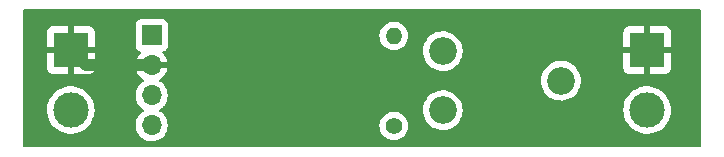
<source format=gbl>
G04 #@! TF.GenerationSoftware,KiCad,Pcbnew,(6.0.6)*
G04 #@! TF.CreationDate,2022-08-07T08:43:24+02:00*
G04 #@! TF.ProjectId,Stepdown led board,53746570-646f-4776-9e20-6c656420626f,rev?*
G04 #@! TF.SameCoordinates,Original*
G04 #@! TF.FileFunction,Copper,L2,Bot*
G04 #@! TF.FilePolarity,Positive*
%FSLAX46Y46*%
G04 Gerber Fmt 4.6, Leading zero omitted, Abs format (unit mm)*
G04 Created by KiCad (PCBNEW (6.0.6)) date 2022-08-07 08:43:24*
%MOMM*%
%LPD*%
G01*
G04 APERTURE LIST*
G04 #@! TA.AperFunction,ComponentPad*
%ADD10R,1.700000X1.700000*%
G04 #@! TD*
G04 #@! TA.AperFunction,ComponentPad*
%ADD11O,1.700000X1.700000*%
G04 #@! TD*
G04 #@! TA.AperFunction,ComponentPad*
%ADD12R,3.000000X3.000000*%
G04 #@! TD*
G04 #@! TA.AperFunction,ComponentPad*
%ADD13C,3.000000*%
G04 #@! TD*
G04 #@! TA.AperFunction,ComponentPad*
%ADD14C,2.340000*%
G04 #@! TD*
G04 #@! TA.AperFunction,ComponentPad*
%ADD15C,1.400000*%
G04 #@! TD*
G04 #@! TA.AperFunction,ComponentPad*
%ADD16O,1.400000X1.400000*%
G04 #@! TD*
G04 #@! TA.AperFunction,Conductor*
%ADD17C,1.000000*%
G04 #@! TD*
G04 APERTURE END LIST*
D10*
X31703356Y-25558197D03*
D11*
X31703356Y-28098197D03*
X31703356Y-30638197D03*
X31703356Y-33178197D03*
D12*
X73660000Y-26805658D03*
D13*
X73660000Y-31885658D03*
D14*
X56357990Y-31904773D03*
X66357990Y-29404773D03*
X56357990Y-26904773D03*
D12*
X24867173Y-26807237D03*
D13*
X24867173Y-31887237D03*
D15*
X52209295Y-33239773D03*
D16*
X52209295Y-25619773D03*
D17*
X31703356Y-28098197D02*
X26158133Y-28098197D01*
X26158133Y-28098197D02*
X24867173Y-26807237D01*
G04 #@! TA.AperFunction,Conductor*
G36*
X78173621Y-23388502D02*
G01*
X78220114Y-23442158D01*
X78231500Y-23494500D01*
X78231500Y-34925500D01*
X78211498Y-34993621D01*
X78157842Y-35040114D01*
X78105500Y-35051500D01*
X20954500Y-35051500D01*
X20886379Y-35031498D01*
X20839886Y-34977842D01*
X20828500Y-34925500D01*
X20828500Y-31866155D01*
X22854090Y-31866155D01*
X22869855Y-32139557D01*
X22870680Y-32143762D01*
X22870681Y-32143770D01*
X22901090Y-32298763D01*
X22922578Y-32408290D01*
X22923965Y-32412340D01*
X22923966Y-32412345D01*
X23009896Y-32663325D01*
X23011285Y-32667381D01*
X23040411Y-32725291D01*
X23082592Y-32809159D01*
X23134333Y-32912036D01*
X23136759Y-32915565D01*
X23136762Y-32915571D01*
X23218568Y-33034598D01*
X23289447Y-33137727D01*
X23292334Y-33140900D01*
X23292335Y-33140901D01*
X23387283Y-33245248D01*
X23473755Y-33340280D01*
X23683848Y-33515944D01*
X23687489Y-33518228D01*
X23912197Y-33659188D01*
X23912201Y-33659190D01*
X23915837Y-33661471D01*
X23980220Y-33690541D01*
X24161518Y-33772401D01*
X24161522Y-33772403D01*
X24165430Y-33774167D01*
X24225826Y-33792057D01*
X24423896Y-33850728D01*
X24423900Y-33850729D01*
X24428009Y-33851946D01*
X24432243Y-33852594D01*
X24432248Y-33852595D01*
X24694471Y-33892720D01*
X24694473Y-33892720D01*
X24698713Y-33893369D01*
X24838085Y-33895559D01*
X24968244Y-33897604D01*
X24968250Y-33897604D01*
X24972535Y-33897671D01*
X25244408Y-33864771D01*
X25509300Y-33795278D01*
X25513260Y-33793638D01*
X25513265Y-33793636D01*
X25635804Y-33742878D01*
X25762309Y-33690478D01*
X25939467Y-33586955D01*
X25995052Y-33554474D01*
X25995053Y-33554473D01*
X25998755Y-33552310D01*
X26214262Y-33383331D01*
X26224309Y-33372964D01*
X26401859Y-33189746D01*
X26404842Y-33186668D01*
X26407375Y-33183220D01*
X26407379Y-33183215D01*
X26435530Y-33144892D01*
X30340607Y-33144892D01*
X30340904Y-33150045D01*
X30340904Y-33150048D01*
X30347620Y-33266516D01*
X30353466Y-33367912D01*
X30354603Y-33372958D01*
X30354604Y-33372964D01*
X30370827Y-33444948D01*
X30402578Y-33585836D01*
X30445094Y-33690541D01*
X30478410Y-33772588D01*
X30486622Y-33792813D01*
X30603343Y-33983285D01*
X30749606Y-34152135D01*
X30921482Y-34294829D01*
X31114356Y-34407535D01*
X31323048Y-34487227D01*
X31328116Y-34488258D01*
X31328119Y-34488259D01*
X31435373Y-34510080D01*
X31541953Y-34531764D01*
X31547128Y-34531954D01*
X31547130Y-34531954D01*
X31760029Y-34539761D01*
X31760033Y-34539761D01*
X31765193Y-34539950D01*
X31770313Y-34539294D01*
X31770315Y-34539294D01*
X31981644Y-34512222D01*
X31981645Y-34512222D01*
X31986772Y-34511565D01*
X31991722Y-34510080D01*
X32195785Y-34448858D01*
X32195790Y-34448856D01*
X32200740Y-34447371D01*
X32401350Y-34349093D01*
X32583216Y-34219370D01*
X32741452Y-34061686D01*
X32800950Y-33978886D01*
X32868791Y-33884474D01*
X32871809Y-33880274D01*
X32879997Y-33863708D01*
X32968492Y-33684650D01*
X32968493Y-33684648D01*
X32970786Y-33680008D01*
X33009584Y-33552310D01*
X33034221Y-33471220D01*
X33034221Y-33471218D01*
X33035726Y-33466266D01*
X33064885Y-33244787D01*
X33065008Y-33239773D01*
X50996179Y-33239773D01*
X51014609Y-33450428D01*
X51016033Y-33455741D01*
X51016033Y-33455743D01*
X51036332Y-33531498D01*
X51069339Y-33654683D01*
X51071661Y-33659664D01*
X51071662Y-33659665D01*
X51135804Y-33797217D01*
X51158706Y-33846331D01*
X51279994Y-34019549D01*
X51429519Y-34169074D01*
X51602737Y-34290362D01*
X51607715Y-34292683D01*
X51607718Y-34292685D01*
X51733569Y-34351370D01*
X51794385Y-34379729D01*
X51799693Y-34381151D01*
X51799695Y-34381152D01*
X51993325Y-34433035D01*
X51993327Y-34433035D01*
X51998640Y-34434459D01*
X52209295Y-34452889D01*
X52419950Y-34434459D01*
X52425263Y-34433035D01*
X52425265Y-34433035D01*
X52618895Y-34381152D01*
X52618897Y-34381151D01*
X52624205Y-34379729D01*
X52685021Y-34351370D01*
X52810872Y-34292685D01*
X52810875Y-34292683D01*
X52815853Y-34290362D01*
X52989071Y-34169074D01*
X53138596Y-34019549D01*
X53259884Y-33846331D01*
X53282787Y-33797217D01*
X53346928Y-33659665D01*
X53346929Y-33659664D01*
X53349251Y-33654683D01*
X53382259Y-33531498D01*
X53402557Y-33455743D01*
X53402557Y-33455741D01*
X53403981Y-33450428D01*
X53422411Y-33239773D01*
X53403981Y-33029118D01*
X53399486Y-33012342D01*
X53350674Y-32830173D01*
X53350673Y-32830171D01*
X53349251Y-32824863D01*
X53341928Y-32809159D01*
X53262207Y-32638196D01*
X53262205Y-32638193D01*
X53259884Y-32633215D01*
X53138596Y-32459997D01*
X52989071Y-32310472D01*
X52815853Y-32189184D01*
X52810875Y-32186863D01*
X52810872Y-32186861D01*
X52629187Y-32102140D01*
X52629186Y-32102139D01*
X52624205Y-32099817D01*
X52618897Y-32098395D01*
X52618895Y-32098394D01*
X52425265Y-32046511D01*
X52425263Y-32046511D01*
X52419950Y-32045087D01*
X52209295Y-32026657D01*
X51998640Y-32045087D01*
X51993327Y-32046511D01*
X51993325Y-32046511D01*
X51799695Y-32098394D01*
X51799693Y-32098395D01*
X51794385Y-32099817D01*
X51789404Y-32102139D01*
X51789403Y-32102140D01*
X51607718Y-32186861D01*
X51607715Y-32186863D01*
X51602737Y-32189184D01*
X51429519Y-32310472D01*
X51279994Y-32459997D01*
X51158706Y-32633215D01*
X51156385Y-32638193D01*
X51156383Y-32638196D01*
X51076662Y-32809159D01*
X51069339Y-32824863D01*
X51067917Y-32830171D01*
X51067916Y-32830173D01*
X51019104Y-33012342D01*
X51014609Y-33029118D01*
X50996179Y-33239773D01*
X33065008Y-33239773D01*
X33066230Y-33189746D01*
X33066430Y-33181562D01*
X33066430Y-33181558D01*
X33066512Y-33178197D01*
X33048208Y-32955558D01*
X32993787Y-32738899D01*
X32904710Y-32534037D01*
X32825984Y-32412345D01*
X32786178Y-32350814D01*
X32786176Y-32350811D01*
X32783370Y-32346474D01*
X32633026Y-32181248D01*
X32628975Y-32178049D01*
X32628971Y-32178045D01*
X32461770Y-32045997D01*
X32461766Y-32045995D01*
X32457715Y-32042795D01*
X32416409Y-32019993D01*
X32366440Y-31969561D01*
X32351668Y-31900118D01*
X32366572Y-31860712D01*
X54675360Y-31860712D01*
X54675584Y-31865379D01*
X54675584Y-31865384D01*
X54678920Y-31934835D01*
X54687329Y-32109904D01*
X54736000Y-32354591D01*
X54820304Y-32589395D01*
X54938388Y-32809159D01*
X54941183Y-32812903D01*
X54941185Y-32812905D01*
X54954080Y-32830173D01*
X55087658Y-33009056D01*
X55264834Y-33184694D01*
X55268596Y-33187452D01*
X55268599Y-33187455D01*
X55458255Y-33326515D01*
X55466026Y-33332213D01*
X55470161Y-33334389D01*
X55470165Y-33334391D01*
X55568224Y-33385982D01*
X55686813Y-33448375D01*
X55692692Y-33450428D01*
X55886842Y-33518228D01*
X55922344Y-33530626D01*
X55926937Y-33531498D01*
X56162857Y-33576289D01*
X56162860Y-33576289D01*
X56167446Y-33577160D01*
X56292090Y-33582058D01*
X56412065Y-33586772D01*
X56412071Y-33586772D01*
X56416733Y-33586955D01*
X56514124Y-33576289D01*
X56660077Y-33560305D01*
X56660082Y-33560304D01*
X56664730Y-33559795D01*
X56669254Y-33558604D01*
X56901466Y-33497467D01*
X56901468Y-33497466D01*
X56905989Y-33496276D01*
X56964309Y-33471220D01*
X57130914Y-33399641D01*
X57130916Y-33399640D01*
X57135208Y-33397796D01*
X57245657Y-33329448D01*
X57343381Y-33268975D01*
X57343385Y-33268972D01*
X57347354Y-33266516D01*
X57373021Y-33244787D01*
X57534199Y-33108340D01*
X57534200Y-33108339D01*
X57537765Y-33105321D01*
X57599788Y-33034598D01*
X57699177Y-32921267D01*
X57699181Y-32921262D01*
X57702259Y-32917752D01*
X57706952Y-32910457D01*
X57834693Y-32711860D01*
X57837221Y-32707930D01*
X57939687Y-32480464D01*
X57961674Y-32402504D01*
X58006136Y-32244855D01*
X58006137Y-32244852D01*
X58007406Y-32240351D01*
X58017301Y-32162570D01*
X58038492Y-31995995D01*
X58038492Y-31995991D01*
X58038890Y-31992865D01*
X58039100Y-31984866D01*
X58040410Y-31934835D01*
X58041197Y-31904773D01*
X58039894Y-31887237D01*
X58038210Y-31864576D01*
X71646917Y-31864576D01*
X71662682Y-32137978D01*
X71663507Y-32142183D01*
X71663508Y-32142191D01*
X71683650Y-32244855D01*
X71715405Y-32406711D01*
X71716792Y-32410761D01*
X71716793Y-32410766D01*
X71792955Y-32633215D01*
X71804112Y-32665802D01*
X71823157Y-32703669D01*
X71886782Y-32830173D01*
X71927160Y-32910457D01*
X71929586Y-32913986D01*
X71929589Y-32913992D01*
X71997184Y-33012342D01*
X72082274Y-33136148D01*
X72085161Y-33139321D01*
X72085162Y-33139322D01*
X72258162Y-33329448D01*
X72266582Y-33338701D01*
X72269877Y-33341456D01*
X72269878Y-33341457D01*
X72295337Y-33362744D01*
X72476675Y-33514365D01*
X72480316Y-33516649D01*
X72705024Y-33657609D01*
X72705028Y-33657611D01*
X72708664Y-33659892D01*
X72776544Y-33690541D01*
X72954345Y-33770822D01*
X72954349Y-33770824D01*
X72958257Y-33772588D01*
X73010375Y-33788026D01*
X73216723Y-33849149D01*
X73216727Y-33849150D01*
X73220836Y-33850367D01*
X73225070Y-33851015D01*
X73225075Y-33851016D01*
X73487298Y-33891141D01*
X73487300Y-33891141D01*
X73491540Y-33891790D01*
X73630912Y-33893980D01*
X73761071Y-33896025D01*
X73761077Y-33896025D01*
X73765362Y-33896092D01*
X74037235Y-33863192D01*
X74302127Y-33793699D01*
X74306087Y-33792059D01*
X74306092Y-33792057D01*
X74428631Y-33741299D01*
X74555136Y-33688899D01*
X74791582Y-33550731D01*
X75007089Y-33381752D01*
X75015606Y-33372964D01*
X75139371Y-33245248D01*
X75197669Y-33185089D01*
X75200202Y-33181641D01*
X75200206Y-33181636D01*
X75357257Y-32967836D01*
X75359795Y-32964381D01*
X75367311Y-32950539D01*
X75488418Y-32727488D01*
X75488419Y-32727486D01*
X75490468Y-32723712D01*
X75574776Y-32500598D01*
X75585751Y-32471553D01*
X75585752Y-32471549D01*
X75587269Y-32467535D01*
X75615870Y-32342654D01*
X75647449Y-32204775D01*
X75647450Y-32204771D01*
X75648407Y-32200591D01*
X75649144Y-32192339D01*
X75672531Y-31930285D01*
X75672531Y-31930283D01*
X75672751Y-31927819D01*
X75672843Y-31919094D01*
X75673167Y-31888142D01*
X75673167Y-31888141D01*
X75673193Y-31885658D01*
X75671958Y-31867535D01*
X75654859Y-31616713D01*
X75654858Y-31616707D01*
X75654567Y-31612436D01*
X75599032Y-31344270D01*
X75507617Y-31086123D01*
X75382013Y-30842770D01*
X75375122Y-30832964D01*
X75227008Y-30622220D01*
X75224545Y-30618715D01*
X75071922Y-30454473D01*
X75041046Y-30421246D01*
X75041043Y-30421243D01*
X75038125Y-30418103D01*
X75034810Y-30415389D01*
X75034806Y-30415386D01*
X74899987Y-30305038D01*
X74826205Y-30244648D01*
X74592704Y-30101559D01*
X74588768Y-30099831D01*
X74345873Y-29993207D01*
X74345869Y-29993206D01*
X74341945Y-29991483D01*
X74078566Y-29916458D01*
X74074324Y-29915854D01*
X74074318Y-29915853D01*
X73818537Y-29879450D01*
X73807443Y-29877871D01*
X73663589Y-29877118D01*
X73537877Y-29876460D01*
X73537871Y-29876460D01*
X73533591Y-29876438D01*
X73529347Y-29876997D01*
X73529343Y-29876997D01*
X73410302Y-29892669D01*
X73262078Y-29912183D01*
X73257938Y-29913316D01*
X73257936Y-29913316D01*
X73240679Y-29918037D01*
X72997928Y-29984446D01*
X72993980Y-29986130D01*
X72749982Y-30090204D01*
X72749978Y-30090206D01*
X72746030Y-30091890D01*
X72627536Y-30162807D01*
X72514725Y-30230322D01*
X72514721Y-30230325D01*
X72511043Y-30232526D01*
X72297318Y-30403752D01*
X72200935Y-30505318D01*
X72116771Y-30594009D01*
X72108808Y-30602400D01*
X71949002Y-30824794D01*
X71820857Y-31066819D01*
X71819385Y-31070842D01*
X71819383Y-31070846D01*
X71728214Y-31319975D01*
X71726743Y-31323995D01*
X71668404Y-31591565D01*
X71663693Y-31651425D01*
X71652183Y-31797673D01*
X71646917Y-31864576D01*
X58038210Y-31864576D01*
X58023054Y-31660631D01*
X58023053Y-31660627D01*
X58022708Y-31655979D01*
X57967649Y-31412651D01*
X57965956Y-31408297D01*
X57878921Y-31184487D01*
X57878920Y-31184485D01*
X57877228Y-31180134D01*
X57753432Y-30963536D01*
X57598980Y-30767615D01*
X57417266Y-30596675D01*
X57285575Y-30505318D01*
X57216120Y-30457135D01*
X57216115Y-30457132D01*
X57212282Y-30454473D01*
X57208100Y-30452410D01*
X57208092Y-30452406D01*
X56992718Y-30346196D01*
X56992715Y-30346195D01*
X56988530Y-30344131D01*
X56750927Y-30268073D01*
X56746320Y-30267323D01*
X56746317Y-30267322D01*
X56528822Y-30231901D01*
X56504691Y-30227971D01*
X56383743Y-30226388D01*
X56259910Y-30224767D01*
X56259907Y-30224767D01*
X56255233Y-30224706D01*
X56008032Y-30258348D01*
X56003546Y-30259656D01*
X56003544Y-30259656D01*
X55974667Y-30268073D01*
X55768518Y-30328160D01*
X55541955Y-30432607D01*
X55538046Y-30435170D01*
X55337232Y-30566829D01*
X55337227Y-30566833D01*
X55333319Y-30569395D01*
X55147192Y-30735519D01*
X54987665Y-30927330D01*
X54858242Y-31140613D01*
X54856433Y-31144927D01*
X54856432Y-31144929D01*
X54772756Y-31344474D01*
X54761765Y-31370684D01*
X54760614Y-31375216D01*
X54760613Y-31375219D01*
X54751107Y-31412651D01*
X54700355Y-31612487D01*
X54675360Y-31860712D01*
X32366572Y-31860712D01*
X32376784Y-31833713D01*
X32404136Y-31807106D01*
X32447959Y-31775847D01*
X32583216Y-31679370D01*
X32653012Y-31609818D01*
X32671328Y-31591565D01*
X32741452Y-31521686D01*
X32800950Y-31438886D01*
X32868791Y-31344474D01*
X32871809Y-31340274D01*
X32881842Y-31319975D01*
X32968492Y-31144650D01*
X32968493Y-31144648D01*
X32970786Y-31140008D01*
X33023170Y-30967594D01*
X33034221Y-30931220D01*
X33034221Y-30931218D01*
X33035726Y-30926266D01*
X33064885Y-30704787D01*
X33064967Y-30701437D01*
X33066430Y-30641562D01*
X33066430Y-30641558D01*
X33066512Y-30638197D01*
X33048208Y-30415558D01*
X32993787Y-30198899D01*
X32904710Y-29994037D01*
X32854522Y-29916458D01*
X32786178Y-29810814D01*
X32786176Y-29810811D01*
X32783370Y-29806474D01*
X32633026Y-29641248D01*
X32628975Y-29638049D01*
X32628971Y-29638045D01*
X32461770Y-29505997D01*
X32461766Y-29505995D01*
X32457715Y-29502795D01*
X32415925Y-29479726D01*
X32365954Y-29429294D01*
X32351365Y-29360712D01*
X64675360Y-29360712D01*
X64675584Y-29365379D01*
X64675584Y-29365384D01*
X64676361Y-29381554D01*
X64687329Y-29609904D01*
X64736000Y-29854591D01*
X64820304Y-30089395D01*
X64938388Y-30309159D01*
X64941183Y-30312903D01*
X64941185Y-30312905D01*
X64954041Y-30330121D01*
X65087658Y-30509056D01*
X65264834Y-30684694D01*
X65268596Y-30687452D01*
X65268599Y-30687455D01*
X65382927Y-30771283D01*
X65466026Y-30832213D01*
X65470161Y-30834389D01*
X65470165Y-30834391D01*
X65585999Y-30895334D01*
X65686813Y-30948375D01*
X65922344Y-31030626D01*
X65926937Y-31031498D01*
X66162857Y-31076289D01*
X66162860Y-31076289D01*
X66167446Y-31077160D01*
X66292090Y-31082058D01*
X66412065Y-31086772D01*
X66412071Y-31086772D01*
X66416733Y-31086955D01*
X66514124Y-31076289D01*
X66660077Y-31060305D01*
X66660082Y-31060304D01*
X66664730Y-31059795D01*
X66699571Y-31050622D01*
X66901466Y-30997467D01*
X66901468Y-30997466D01*
X66905989Y-30996276D01*
X66910286Y-30994430D01*
X67130914Y-30899641D01*
X67130916Y-30899640D01*
X67135208Y-30897796D01*
X67339651Y-30771283D01*
X67343381Y-30768975D01*
X67343385Y-30768972D01*
X67347354Y-30766516D01*
X67447890Y-30681406D01*
X67534199Y-30608340D01*
X67534200Y-30608339D01*
X67537765Y-30605321D01*
X67619306Y-30512342D01*
X67699177Y-30421267D01*
X67699181Y-30421262D01*
X67702259Y-30417752D01*
X67710249Y-30405331D01*
X67805196Y-30257718D01*
X67837221Y-30207930D01*
X67939687Y-29980464D01*
X67968182Y-29879428D01*
X68006136Y-29744855D01*
X68006137Y-29744852D01*
X68007406Y-29740351D01*
X68024595Y-29605232D01*
X68038492Y-29495995D01*
X68038492Y-29495991D01*
X68038890Y-29492865D01*
X68039023Y-29487809D01*
X68041114Y-29407933D01*
X68041197Y-29404773D01*
X68040458Y-29394835D01*
X68023054Y-29160631D01*
X68023053Y-29160627D01*
X68022708Y-29155979D01*
X67967649Y-28912651D01*
X67962179Y-28898585D01*
X67878921Y-28684487D01*
X67878920Y-28684485D01*
X67877228Y-28680134D01*
X67866511Y-28661382D01*
X67808740Y-28560305D01*
X67753432Y-28463536D01*
X67664185Y-28350327D01*
X71652001Y-28350327D01*
X71652371Y-28357148D01*
X71657895Y-28408010D01*
X71661521Y-28423262D01*
X71706676Y-28543712D01*
X71715214Y-28559307D01*
X71791715Y-28661382D01*
X71804276Y-28673943D01*
X71906351Y-28750444D01*
X71921946Y-28758982D01*
X72042394Y-28804136D01*
X72057649Y-28807763D01*
X72108514Y-28813289D01*
X72115328Y-28813658D01*
X73387885Y-28813658D01*
X73403124Y-28809183D01*
X73404329Y-28807793D01*
X73406000Y-28800110D01*
X73406000Y-28795542D01*
X73914000Y-28795542D01*
X73918475Y-28810781D01*
X73919865Y-28811986D01*
X73927548Y-28813657D01*
X75204669Y-28813657D01*
X75211490Y-28813287D01*
X75262352Y-28807763D01*
X75277604Y-28804137D01*
X75398054Y-28758982D01*
X75413649Y-28750444D01*
X75515724Y-28673943D01*
X75528285Y-28661382D01*
X75604786Y-28559307D01*
X75613324Y-28543712D01*
X75658478Y-28423264D01*
X75662105Y-28408009D01*
X75667631Y-28357144D01*
X75668000Y-28350330D01*
X75668000Y-27077773D01*
X75663525Y-27062534D01*
X75662135Y-27061329D01*
X75654452Y-27059658D01*
X73932115Y-27059658D01*
X73916876Y-27064133D01*
X73915671Y-27065523D01*
X73914000Y-27073206D01*
X73914000Y-28795542D01*
X73406000Y-28795542D01*
X73406000Y-27077773D01*
X73401525Y-27062534D01*
X73400135Y-27061329D01*
X73392452Y-27059658D01*
X71670116Y-27059658D01*
X71654877Y-27064133D01*
X71653672Y-27065523D01*
X71652001Y-27073206D01*
X71652001Y-28350327D01*
X67664185Y-28350327D01*
X67598980Y-28267615D01*
X67417266Y-28096675D01*
X67285575Y-28005318D01*
X67216120Y-27957135D01*
X67216115Y-27957132D01*
X67212282Y-27954473D01*
X67208100Y-27952410D01*
X67208092Y-27952406D01*
X66992718Y-27846196D01*
X66992715Y-27846195D01*
X66988530Y-27844131D01*
X66750927Y-27768073D01*
X66746320Y-27767323D01*
X66746317Y-27767322D01*
X66509302Y-27728722D01*
X66509303Y-27728722D01*
X66504691Y-27727971D01*
X66383743Y-27726388D01*
X66259910Y-27724767D01*
X66259907Y-27724767D01*
X66255233Y-27724706D01*
X66008032Y-27758348D01*
X66003546Y-27759656D01*
X66003544Y-27759656D01*
X65974667Y-27768073D01*
X65768518Y-27828160D01*
X65541955Y-27932607D01*
X65538046Y-27935170D01*
X65337232Y-28066829D01*
X65337227Y-28066833D01*
X65333319Y-28069395D01*
X65147192Y-28235519D01*
X64987665Y-28427330D01*
X64858242Y-28640613D01*
X64856433Y-28644927D01*
X64856432Y-28644929D01*
X64785171Y-28814868D01*
X64761765Y-28870684D01*
X64760614Y-28875216D01*
X64760613Y-28875219D01*
X64751107Y-28912651D01*
X64700355Y-29112487D01*
X64675360Y-29360712D01*
X32351365Y-29360712D01*
X32351182Y-29359851D01*
X32376298Y-29293445D01*
X32403650Y-29266838D01*
X32578684Y-29141989D01*
X32586556Y-29135336D01*
X32737408Y-28985009D01*
X32744086Y-28977162D01*
X32868359Y-28804217D01*
X32873669Y-28795380D01*
X32968026Y-28604464D01*
X32971825Y-28594869D01*
X33033733Y-28391107D01*
X33035911Y-28381034D01*
X33037342Y-28370159D01*
X33035131Y-28355975D01*
X33021973Y-28352197D01*
X30386581Y-28352197D01*
X30373050Y-28356170D01*
X30371613Y-28366163D01*
X30401921Y-28500643D01*
X30405001Y-28510472D01*
X30485126Y-28707800D01*
X30489769Y-28716991D01*
X30601050Y-28898585D01*
X30607133Y-28906896D01*
X30746569Y-29067864D01*
X30753936Y-29075080D01*
X30917790Y-29211113D01*
X30926237Y-29217028D01*
X30995325Y-29257400D01*
X31044049Y-29309039D01*
X31057120Y-29378822D01*
X31030389Y-29444593D01*
X30989940Y-29477949D01*
X30976963Y-29484704D01*
X30972830Y-29487807D01*
X30972827Y-29487809D01*
X30810212Y-29609904D01*
X30798321Y-29618832D01*
X30794749Y-29622570D01*
X30677891Y-29744855D01*
X30643985Y-29780335D01*
X30518099Y-29964877D01*
X30504216Y-29994786D01*
X30454654Y-30101559D01*
X30424044Y-30167502D01*
X30364345Y-30382767D01*
X30340607Y-30604892D01*
X30340904Y-30610045D01*
X30340904Y-30610048D01*
X30346367Y-30704787D01*
X30353466Y-30827912D01*
X30354603Y-30832958D01*
X30354604Y-30832964D01*
X30356380Y-30840844D01*
X30402578Y-31045836D01*
X30486622Y-31252813D01*
X30489321Y-31257217D01*
X30584571Y-31412651D01*
X30603343Y-31443285D01*
X30749606Y-31612135D01*
X30921482Y-31754829D01*
X30991951Y-31796008D01*
X30994801Y-31797673D01*
X31043525Y-31849311D01*
X31056596Y-31919094D01*
X31029865Y-31984866D01*
X30989411Y-32018224D01*
X30976963Y-32024704D01*
X30972830Y-32027807D01*
X30972827Y-32027809D01*
X30802456Y-32155727D01*
X30798321Y-32158832D01*
X30643985Y-32320335D01*
X30518099Y-32504877D01*
X30424044Y-32707502D01*
X30364345Y-32922767D01*
X30340607Y-33144892D01*
X26435530Y-33144892D01*
X26564430Y-32969415D01*
X26566968Y-32965960D01*
X26590420Y-32922767D01*
X26695591Y-32729067D01*
X26695592Y-32729065D01*
X26697641Y-32725291D01*
X26779154Y-32509572D01*
X26792924Y-32473132D01*
X26792925Y-32473128D01*
X26794442Y-32469114D01*
X26845804Y-32244855D01*
X26854622Y-32206354D01*
X26854623Y-32206350D01*
X26855580Y-32202170D01*
X26856458Y-32192339D01*
X26879704Y-31931864D01*
X26879704Y-31931862D01*
X26879924Y-31929398D01*
X26880366Y-31887237D01*
X26878530Y-31860306D01*
X26862032Y-31618292D01*
X26862031Y-31618286D01*
X26861740Y-31614015D01*
X26806205Y-31345849D01*
X26714790Y-31087702D01*
X26589186Y-30844349D01*
X26582188Y-30834391D01*
X26434181Y-30623799D01*
X26431718Y-30620294D01*
X26324876Y-30505318D01*
X26248219Y-30422825D01*
X26248216Y-30422822D01*
X26245298Y-30419682D01*
X26241983Y-30416968D01*
X26241979Y-30416965D01*
X26105231Y-30305038D01*
X26033378Y-30246227D01*
X25799877Y-30103138D01*
X25795941Y-30101410D01*
X25553046Y-29994786D01*
X25553042Y-29994785D01*
X25549118Y-29993062D01*
X25285739Y-29918037D01*
X25281497Y-29917433D01*
X25281491Y-29917432D01*
X25081007Y-29888899D01*
X25014616Y-29879450D01*
X24870762Y-29878697D01*
X24745050Y-29878039D01*
X24745044Y-29878039D01*
X24740764Y-29878017D01*
X24736520Y-29878576D01*
X24736516Y-29878576D01*
X24617475Y-29894248D01*
X24469251Y-29913762D01*
X24465111Y-29914895D01*
X24465109Y-29914895D01*
X24392181Y-29934846D01*
X24205101Y-29986025D01*
X24201153Y-29987709D01*
X23957155Y-30091783D01*
X23957151Y-30091785D01*
X23953203Y-30093469D01*
X23933298Y-30105382D01*
X23721898Y-30231901D01*
X23721894Y-30231904D01*
X23718216Y-30234105D01*
X23504491Y-30405331D01*
X23457857Y-30454473D01*
X23319872Y-30599879D01*
X23315981Y-30603979D01*
X23156175Y-30826373D01*
X23028030Y-31068398D01*
X23026558Y-31072421D01*
X23026556Y-31072425D01*
X23019487Y-31091743D01*
X22933916Y-31325574D01*
X22875577Y-31593144D01*
X22854090Y-31866155D01*
X20828500Y-31866155D01*
X20828500Y-28351906D01*
X22859174Y-28351906D01*
X22859544Y-28358727D01*
X22865068Y-28409589D01*
X22868694Y-28424841D01*
X22913849Y-28545291D01*
X22922387Y-28560886D01*
X22998888Y-28662961D01*
X23011449Y-28675522D01*
X23113524Y-28752023D01*
X23129119Y-28760561D01*
X23249567Y-28805715D01*
X23264822Y-28809342D01*
X23315687Y-28814868D01*
X23322501Y-28815237D01*
X24595058Y-28815237D01*
X24610297Y-28810762D01*
X24611502Y-28809372D01*
X24613173Y-28801689D01*
X24613173Y-28797121D01*
X25121173Y-28797121D01*
X25125648Y-28812360D01*
X25127038Y-28813565D01*
X25134721Y-28815236D01*
X26411842Y-28815236D01*
X26418663Y-28814866D01*
X26469525Y-28809342D01*
X26484777Y-28805716D01*
X26605227Y-28760561D01*
X26620822Y-28752023D01*
X26722897Y-28675522D01*
X26735458Y-28662961D01*
X26811959Y-28560886D01*
X26820497Y-28545291D01*
X26865651Y-28424843D01*
X26869278Y-28409588D01*
X26874804Y-28358723D01*
X26875173Y-28351909D01*
X26875173Y-27079352D01*
X26870698Y-27064113D01*
X26869308Y-27062908D01*
X26861625Y-27061237D01*
X25139288Y-27061237D01*
X25124049Y-27065712D01*
X25122844Y-27067102D01*
X25121173Y-27074785D01*
X25121173Y-28797121D01*
X24613173Y-28797121D01*
X24613173Y-27079352D01*
X24608698Y-27064113D01*
X24607308Y-27062908D01*
X24599625Y-27061237D01*
X22877289Y-27061237D01*
X22862050Y-27065712D01*
X22860845Y-27067102D01*
X22859174Y-27074785D01*
X22859174Y-28351906D01*
X20828500Y-28351906D01*
X20828500Y-26535122D01*
X22859173Y-26535122D01*
X22863648Y-26550361D01*
X22865038Y-26551566D01*
X22872721Y-26553237D01*
X24595058Y-26553237D01*
X24610297Y-26548762D01*
X24611502Y-26547372D01*
X24613173Y-26539689D01*
X24613173Y-26535122D01*
X25121173Y-26535122D01*
X25125648Y-26550361D01*
X25127038Y-26551566D01*
X25134721Y-26553237D01*
X26857057Y-26553237D01*
X26872296Y-26548762D01*
X26873501Y-26547372D01*
X26875172Y-26539689D01*
X26875172Y-26456331D01*
X30344856Y-26456331D01*
X30351611Y-26518513D01*
X30402741Y-26654902D01*
X30490095Y-26771458D01*
X30606651Y-26858812D01*
X30615060Y-26861964D01*
X30615061Y-26861965D01*
X30724316Y-26902923D01*
X30781081Y-26945564D01*
X30805781Y-27012126D01*
X30790574Y-27081475D01*
X30771181Y-27107956D01*
X30647946Y-27236914D01*
X30641460Y-27244924D01*
X30521454Y-27420846D01*
X30516356Y-27429820D01*
X30426694Y-27622980D01*
X30423131Y-27632667D01*
X30367745Y-27832380D01*
X30369268Y-27840804D01*
X30381648Y-27844197D01*
X33021700Y-27844197D01*
X33035231Y-27840224D01*
X33036536Y-27831144D01*
X32994570Y-27664072D01*
X32991250Y-27654321D01*
X32906328Y-27459011D01*
X32901461Y-27449936D01*
X32785782Y-27271123D01*
X32779492Y-27262954D01*
X32635649Y-27104874D01*
X32604597Y-27041028D01*
X32612991Y-26970530D01*
X32658168Y-26915761D01*
X32684612Y-26902092D01*
X32791653Y-26861964D01*
X32794993Y-26860712D01*
X54675360Y-26860712D01*
X54675584Y-26865379D01*
X54675584Y-26865384D01*
X54680635Y-26970530D01*
X54687329Y-27109904D01*
X54736000Y-27354591D01*
X54820304Y-27589395D01*
X54938388Y-27809159D01*
X54941183Y-27812903D01*
X54941185Y-27812905D01*
X54954041Y-27830121D01*
X55087658Y-28009056D01*
X55264834Y-28184694D01*
X55268596Y-28187452D01*
X55268599Y-28187455D01*
X55382927Y-28271283D01*
X55466026Y-28332213D01*
X55470161Y-28334389D01*
X55470165Y-28334391D01*
X55530554Y-28366163D01*
X55686813Y-28448375D01*
X55922344Y-28530626D01*
X55926937Y-28531498D01*
X56162857Y-28576289D01*
X56162860Y-28576289D01*
X56167446Y-28577160D01*
X56292090Y-28582058D01*
X56412065Y-28586772D01*
X56412071Y-28586772D01*
X56416733Y-28586955D01*
X56514124Y-28576289D01*
X56660077Y-28560305D01*
X56660082Y-28560304D01*
X56664730Y-28559795D01*
X56669254Y-28558604D01*
X56901466Y-28497467D01*
X56901468Y-28497466D01*
X56905989Y-28496276D01*
X56910286Y-28494430D01*
X57130914Y-28399641D01*
X57130916Y-28399640D01*
X57135208Y-28397796D01*
X57339651Y-28271283D01*
X57343381Y-28268975D01*
X57343385Y-28268972D01*
X57347354Y-28266516D01*
X57537765Y-28105321D01*
X57619306Y-28012342D01*
X57699177Y-27921267D01*
X57699181Y-27921262D01*
X57702259Y-27917752D01*
X57759887Y-27828160D01*
X57834693Y-27711860D01*
X57837221Y-27707930D01*
X57939687Y-27480464D01*
X57956501Y-27420846D01*
X58006136Y-27244855D01*
X58006137Y-27244852D01*
X58007406Y-27240351D01*
X58024641Y-27104874D01*
X58038492Y-26995995D01*
X58038492Y-26995991D01*
X58038890Y-26992865D01*
X58041197Y-26904773D01*
X58030418Y-26759729D01*
X58023054Y-26660631D01*
X58023053Y-26660627D01*
X58022708Y-26655979D01*
X57995004Y-26533543D01*
X71652000Y-26533543D01*
X71656475Y-26548782D01*
X71657865Y-26549987D01*
X71665548Y-26551658D01*
X73387885Y-26551658D01*
X73403124Y-26547183D01*
X73404329Y-26545793D01*
X73406000Y-26538110D01*
X73406000Y-26533543D01*
X73914000Y-26533543D01*
X73918475Y-26548782D01*
X73919865Y-26549987D01*
X73927548Y-26551658D01*
X75649884Y-26551658D01*
X75665123Y-26547183D01*
X75666328Y-26545793D01*
X75667999Y-26538110D01*
X75667999Y-25260989D01*
X75667629Y-25254168D01*
X75662105Y-25203306D01*
X75658479Y-25188054D01*
X75613324Y-25067604D01*
X75604786Y-25052009D01*
X75528285Y-24949934D01*
X75515724Y-24937373D01*
X75413649Y-24860872D01*
X75398054Y-24852334D01*
X75277606Y-24807180D01*
X75262351Y-24803553D01*
X75211486Y-24798027D01*
X75204672Y-24797658D01*
X73932115Y-24797658D01*
X73916876Y-24802133D01*
X73915671Y-24803523D01*
X73914000Y-24811206D01*
X73914000Y-26533543D01*
X73406000Y-26533543D01*
X73406000Y-24815774D01*
X73401525Y-24800535D01*
X73400135Y-24799330D01*
X73392452Y-24797659D01*
X72115331Y-24797659D01*
X72108510Y-24798029D01*
X72057648Y-24803553D01*
X72042396Y-24807179D01*
X71921946Y-24852334D01*
X71906351Y-24860872D01*
X71804276Y-24937373D01*
X71791715Y-24949934D01*
X71715214Y-25052009D01*
X71706676Y-25067604D01*
X71661522Y-25188052D01*
X71657895Y-25203307D01*
X71652369Y-25254172D01*
X71652000Y-25260986D01*
X71652000Y-26533543D01*
X57995004Y-26533543D01*
X57967649Y-26412651D01*
X57960799Y-26395037D01*
X57878921Y-26184487D01*
X57878920Y-26184485D01*
X57877228Y-26180134D01*
X57753432Y-25963536D01*
X57598980Y-25767615D01*
X57417266Y-25596675D01*
X57301150Y-25516123D01*
X57216120Y-25457135D01*
X57216115Y-25457132D01*
X57212282Y-25454473D01*
X57208100Y-25452410D01*
X57208092Y-25452406D01*
X56992718Y-25346196D01*
X56992715Y-25346195D01*
X56988530Y-25344131D01*
X56750927Y-25268073D01*
X56746320Y-25267323D01*
X56746317Y-25267322D01*
X56509302Y-25228722D01*
X56509303Y-25228722D01*
X56504691Y-25227971D01*
X56383743Y-25226388D01*
X56259910Y-25224767D01*
X56259907Y-25224767D01*
X56255233Y-25224706D01*
X56008032Y-25258348D01*
X56003546Y-25259656D01*
X56003544Y-25259656D01*
X55974667Y-25268073D01*
X55768518Y-25328160D01*
X55541955Y-25432607D01*
X55538046Y-25435170D01*
X55337232Y-25566829D01*
X55337227Y-25566833D01*
X55333319Y-25569395D01*
X55147192Y-25735519D01*
X54987665Y-25927330D01*
X54858242Y-26140613D01*
X54761765Y-26370684D01*
X54760614Y-26375216D01*
X54760613Y-26375219D01*
X54751107Y-26412651D01*
X54700355Y-26612487D01*
X54675360Y-26860712D01*
X32794993Y-26860712D01*
X32800061Y-26858812D01*
X32916617Y-26771458D01*
X33003971Y-26654902D01*
X33055101Y-26518513D01*
X33061856Y-26456331D01*
X33061856Y-25619773D01*
X50996179Y-25619773D01*
X51014609Y-25830428D01*
X51016033Y-25835741D01*
X51016033Y-25835743D01*
X51051363Y-25967594D01*
X51069339Y-26034683D01*
X51071661Y-26039664D01*
X51071662Y-26039665D01*
X51135273Y-26176078D01*
X51158706Y-26226331D01*
X51279994Y-26399549D01*
X51429519Y-26549074D01*
X51602737Y-26670362D01*
X51607715Y-26672683D01*
X51607718Y-26672685D01*
X51789403Y-26757406D01*
X51794385Y-26759729D01*
X51799693Y-26761151D01*
X51799695Y-26761152D01*
X51993325Y-26813035D01*
X51993327Y-26813035D01*
X51998640Y-26814459D01*
X52209295Y-26832889D01*
X52419950Y-26814459D01*
X52425263Y-26813035D01*
X52425265Y-26813035D01*
X52618895Y-26761152D01*
X52618897Y-26761151D01*
X52624205Y-26759729D01*
X52629187Y-26757406D01*
X52810872Y-26672685D01*
X52810875Y-26672683D01*
X52815853Y-26670362D01*
X52989071Y-26549074D01*
X53138596Y-26399549D01*
X53259884Y-26226331D01*
X53283318Y-26176078D01*
X53346928Y-26039665D01*
X53346929Y-26039664D01*
X53349251Y-26034683D01*
X53367228Y-25967594D01*
X53402557Y-25835743D01*
X53402557Y-25835741D01*
X53403981Y-25830428D01*
X53422411Y-25619773D01*
X53403981Y-25409118D01*
X53386568Y-25344131D01*
X53350674Y-25210173D01*
X53350673Y-25210171D01*
X53349251Y-25204863D01*
X53341412Y-25188052D01*
X53262207Y-25018196D01*
X53262205Y-25018193D01*
X53259884Y-25013215D01*
X53138596Y-24839997D01*
X52989071Y-24690472D01*
X52815853Y-24569184D01*
X52810875Y-24566863D01*
X52810872Y-24566861D01*
X52629187Y-24482140D01*
X52629186Y-24482139D01*
X52624205Y-24479817D01*
X52618897Y-24478395D01*
X52618895Y-24478394D01*
X52425265Y-24426511D01*
X52425263Y-24426511D01*
X52419950Y-24425087D01*
X52209295Y-24406657D01*
X51998640Y-24425087D01*
X51993327Y-24426511D01*
X51993325Y-24426511D01*
X51799695Y-24478394D01*
X51799693Y-24478395D01*
X51794385Y-24479817D01*
X51789404Y-24482139D01*
X51789403Y-24482140D01*
X51607718Y-24566861D01*
X51607715Y-24566863D01*
X51602737Y-24569184D01*
X51429519Y-24690472D01*
X51279994Y-24839997D01*
X51158706Y-25013215D01*
X51156385Y-25018193D01*
X51156383Y-25018196D01*
X51077178Y-25188052D01*
X51069339Y-25204863D01*
X51067917Y-25210171D01*
X51067916Y-25210173D01*
X51032022Y-25344131D01*
X51014609Y-25409118D01*
X50996179Y-25619773D01*
X33061856Y-25619773D01*
X33061856Y-24660063D01*
X33055101Y-24597881D01*
X33003971Y-24461492D01*
X32916617Y-24344936D01*
X32800061Y-24257582D01*
X32663672Y-24206452D01*
X32601490Y-24199697D01*
X30805222Y-24199697D01*
X30743040Y-24206452D01*
X30606651Y-24257582D01*
X30490095Y-24344936D01*
X30402741Y-24461492D01*
X30351611Y-24597881D01*
X30344856Y-24660063D01*
X30344856Y-26456331D01*
X26875172Y-26456331D01*
X26875172Y-25262568D01*
X26874802Y-25255747D01*
X26869278Y-25204885D01*
X26865652Y-25189633D01*
X26820497Y-25069183D01*
X26811959Y-25053588D01*
X26735458Y-24951513D01*
X26722897Y-24938952D01*
X26620822Y-24862451D01*
X26605227Y-24853913D01*
X26484779Y-24808759D01*
X26469524Y-24805132D01*
X26418659Y-24799606D01*
X26411845Y-24799237D01*
X25139288Y-24799237D01*
X25124049Y-24803712D01*
X25122844Y-24805102D01*
X25121173Y-24812785D01*
X25121173Y-26535122D01*
X24613173Y-26535122D01*
X24613173Y-24817353D01*
X24608698Y-24802114D01*
X24607308Y-24800909D01*
X24599625Y-24799238D01*
X23322504Y-24799238D01*
X23315683Y-24799608D01*
X23264821Y-24805132D01*
X23249569Y-24808758D01*
X23129119Y-24853913D01*
X23113524Y-24862451D01*
X23011449Y-24938952D01*
X22998888Y-24951513D01*
X22922387Y-25053588D01*
X22913849Y-25069183D01*
X22868695Y-25189631D01*
X22865068Y-25204886D01*
X22859542Y-25255751D01*
X22859173Y-25262565D01*
X22859173Y-26535122D01*
X20828500Y-26535122D01*
X20828500Y-23494500D01*
X20848502Y-23426379D01*
X20902158Y-23379886D01*
X20954500Y-23368500D01*
X78105500Y-23368500D01*
X78173621Y-23388502D01*
G37*
G04 #@! TD.AperFunction*
M02*

</source>
